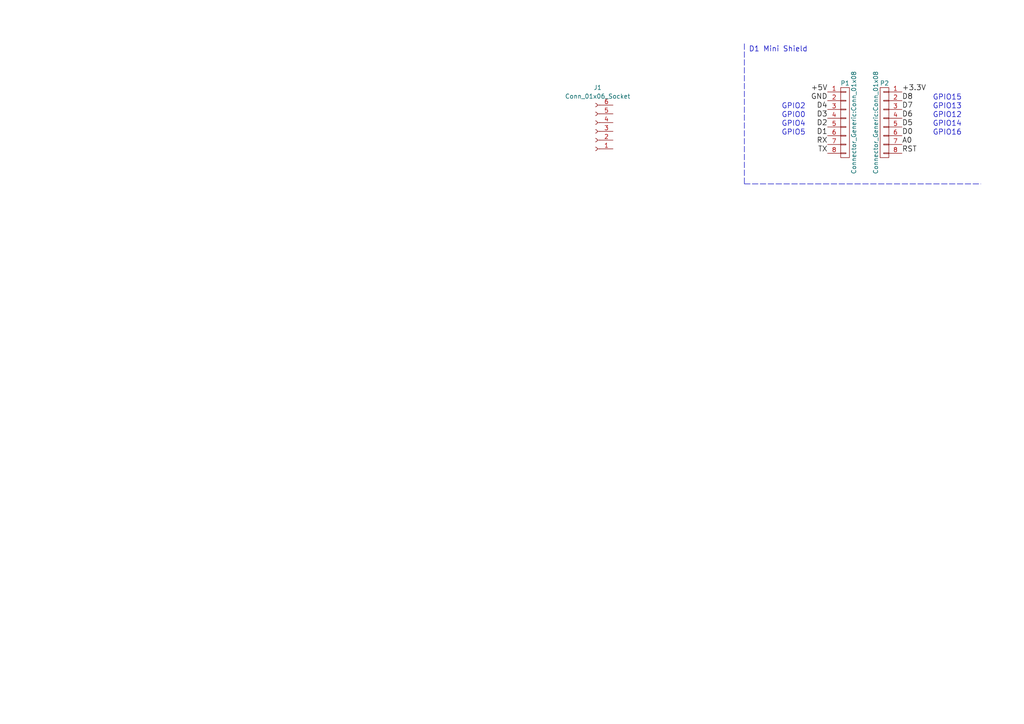
<source format=kicad_sch>
(kicad_sch (version 20250114) (generator "eeschema") (generator_version "9.0")
  (paper "A4")
  (lib_symbols
    (symbol "Connector:Conn_01x06_Socket" (pin_names (offset 1.016) (hide yes))
      (property "Reference" "J" (at 0 7.62 0))
      (property "Value" "Conn_01x06_Socket" (at 0 -10.16 0))
      (symbol "Conn_01x06_Socket_1_1"
        (polyline (pts (xy -1.27 5.08) (xy -0.508 5.08)) (stroke (width 0.1524)))
        (polyline (pts (xy -1.27 2.54) (xy -0.508 2.54)) (stroke (width 0.1524)))
        (polyline (pts (xy -1.27 0) (xy -0.508 0)) (stroke (width 0.1524)))
        (polyline (pts (xy -1.27 -2.54) (xy -0.508 -2.54)) (stroke (width 0.1524)))
        (polyline (pts (xy -1.27 -5.08) (xy -0.508 -5.08)) (stroke (width 0.1524)))
        (polyline (pts (xy -1.27 -7.62) (xy -0.508 -7.62)) (stroke (width 0.1524)))
        (arc (start 0 4.572) (mid -0.5058 5.08) (end 0 5.588) (stroke (width 0.1524)))
        (arc (start 0 2.032) (mid -0.5058 2.54) (end 0 3.048) (stroke (width 0.1524)))
        (arc (start 0 -0.508) (mid -0.5058 0) (end 0 0.508) (stroke (width 0.1524)))
        (arc (start 0 -3.048) (mid -0.5058 -2.54) (end 0 -2.032) (stroke (width 0.1524)))
        (arc (start 0 -5.588) (mid -0.5058 -5.08) (end 0 -4.572) (stroke (width 0.1524)))
        (arc (start 0 -8.128) (mid -0.5058 -7.62) (end 0 -7.112) (stroke (width 0.1524)))
        (pin passive line (at -5.08 5.08 0) (length 3.81) (name "Pin_1") (number "1"))
        (pin passive line (at -5.08 2.54 0) (length 3.81) (name "Pin_2") (number "2"))
        (pin passive line (at -5.08 0 0) (length 3.81) (name "Pin_3") (number "3"))
        (pin passive line (at -5.08 -2.54 0) (length 3.81) (name "Pin_4") (number "4"))
        (pin passive line (at -5.08 -5.08 0) (length 3.81) (name "Pin_5") (number "5"))
        (pin passive line (at -5.08 -7.62 0) (length 3.81) (name "Pin_6") (number "6"))
      )
    )
    (symbol "Connector_Generic:Conn_01x08" (pin_names (offset 1.016) (hide yes))
      (property "Reference" "P" (at 0 11.43 0))
      (property "Value" "Conn_01x08" (at 2.54 0 90))
      (symbol "Conn_01x08_0_1"
        (rectangle (start -1.27 9.017) (end 0.254 8.763))
        (rectangle (start -1.27 6.477) (end 0.254 6.223))
        (rectangle (start -1.27 3.937) (end 0.254 3.683))
        (rectangle (start -1.27 1.397) (end 0.254 1.143))
        (rectangle (start -1.27 -1.143) (end 0.254 -1.397))
        (rectangle (start -1.27 -3.683) (end 0.254 -3.937))
        (rectangle (start -1.27 -6.223) (end 0.254 -6.477))
        (rectangle (start -1.27 -8.763) (end 0.254 -9.017))
        (rectangle (start -1.27 -10.16) (end 1.27 10.16))
      )
      (symbol "Conn_01x08_1_1"
        (pin passive line (at -5.08 8.89 0) (length 3.81) (name "P1") (number "1"))
        (pin passive line (at -5.08 6.35 0) (length 3.81) (name "P2") (number "2"))
        (pin passive line (at -5.08 3.81 0) (length 3.81) (name "P3") (number "3"))
        (pin passive line (at -5.08 1.27 0) (length 3.81) (name "P4") (number "4"))
        (pin passive line (at -5.08 -1.27 0) (length 3.81) (name "P5") (number "5"))
        (pin passive line (at -5.08 -3.81 0) (length 3.81) (name "P6") (number "6"))
        (pin passive line (at -5.08 -6.35 0) (length 3.81) (name "P7") (number "7"))
        (pin passive line (at -5.08 -8.89 0) (length 3.81) (name "P8") (number "8"))
      )
    )
  )
  (text "GPIO12" (at 270.51 34.29 0) (effects (font (size 1.524 1.524)) (justify left bottom)))
  (text "GPIO2" (at 233.68 31.75 0) (effects (font (size 1.524 1.524)) (justify right bottom)))
  (text "GPIO16" (at 270.51 39.37 0) (effects (font (size 1.524 1.524)) (justify left bottom)))
  (text "GPIO13" (at 270.51 31.75 0) (effects (font (size 1.524 1.524)) (justify left bottom)))
  (text "GPIO4" (at 233.68 36.83 0) (effects (font (size 1.524 1.524)) (justify right bottom)))
  (text "GPIO15" (at 270.51 29.21 0) (effects (font (size 1.524 1.524)) (justify left bottom)))
  (text "D1 Mini Shield" (at 217.17 15.24 0) (effects (font (size 1.524 1.524)) (justify left bottom)))
  (text "GPIO5" (at 233.68 39.37 0) (effects (font (size 1.524 1.524)) (justify right bottom)))
  (text "GPIO0" (at 233.68 34.29 0) (effects (font (size 1.524 1.524)) (justify right bottom)))
  (text "GPIO14" (at 270.51 36.83 0) (effects (font (size 1.524 1.524)) (justify left bottom)))
  (polyline (pts (xy 215.9 53.34) (xy 284.48 53.34)) (stroke (width 0) (type dash)))
  (polyline (pts (xy 215.9 12.7) (xy 215.9 53.34)) (stroke (width 0) (type dash)))
  (label "D1" (at 240.03 39.37 180) (effects (font (size 1.524 1.524))))
  (label "+3.3V" (at 261.62 26.67 0) (effects (font (size 1.524 1.524))))
  (label "D3" (at 240.03 34.29 180) (effects (font (size 1.524 1.524))))
  (label "D0" (at 261.62 39.37 0) (effects (font (size 1.524 1.524))))
  (label "D8" (at 261.62 29.21 0) (effects (font (size 1.524 1.524))))
  (label "D5" (at 261.62 36.83 0) (effects (font (size 1.524 1.524))))
  (label "GND" (at 240.03 29.21 180) (effects (font (size 1.524 1.524))))
  (label "A0" (at 261.62 41.91 0) (effects (font (size 1.524 1.524))))
  (label "D2" (at 240.03 36.83 180) (effects (font (size 1.524 1.524))))
  (label "D6" (at 261.62 34.29 0) (effects (font (size 1.524 1.524))))
  (label "+5V" (at 240.03 26.67 180) (effects (font (size 1.524 1.524))))
  (label "TX" (at 240.03 44.45 180) (effects (font (size 1.524 1.524))))
  (label "RST" (at 261.62 44.45 0) (effects (font (size 1.524 1.524))))
  (label "D7" (at 261.62 31.75 0) (effects (font (size 1.524 1.524))))
  (label "RX" (at 240.03 41.91 180) (effects (font (size 1.524 1.524))))
  (label "D4" (at 240.03 31.75 180) (effects (font (size 1.524 1.524))))
  (symbol (lib_id "Connector_Generic:Conn_01x08") (at 245.11 35.56 0) (unit 1)
    (property "Reference" "P1" (at 245.11 24.13 0))
    (property "Value" "Connector_Generic:Conn_01x08" (at 247.65 35.56 90))
    (property "Footprint" "D1_mini:D1_mini_Pin_Header" (effects (hide yes)))
  )
  (symbol (lib_id "Connector_Generic:Conn_01x08") (at 256.54 35.56 0) (mirror y) (unit 1)
    (property "Reference" "P2" (at 256.54 24.13 0))
    (property "Value" "Connector_Generic:Conn_01x08" (at 254 35.56 90))
    (property "Footprint" "D1_mini:D1_mini_Pin_Header" (effects (hide yes)))
  )
  (symbol (lib_id "Connector:Conn_01x06_Socket") (at 172.72 38.1 180) (unit 1)
    (property "Reference" "J1" (at 173.355 25.4 0))
    (property "Value" "Conn_01x06_Socket" (at 173.355 27.94 0))
    (property "Footprint" "Connector_PinHeader_2.54mm:PinHeader_1x06_P2.54mm_Vertical" (effects (hide yes)))
    (property "Description" "Generic connector, single row, 01x06, script generated" (effects (hide yes)))
  )
)
</source>
